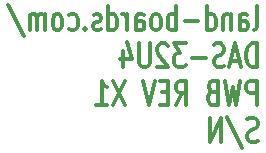
<source format=gbo>
G04 (created by PCBNEW (2013-05-31 BZR 4019)-stable) date 6/28/2014 2:34:58 PM*
%MOIN*%
G04 Gerber Fmt 3.4, Leading zero omitted, Abs format*
%FSLAX34Y34*%
G01*
G70*
G90*
G04 APERTURE LIST*
%ADD10C,0.00590551*%
%ADD11C,0.012*%
G04 APERTURE END LIST*
G54D10*
G54D11*
X62369Y-51111D02*
X62426Y-51073D01*
X62455Y-50996D01*
X62455Y-50311D01*
X61884Y-51111D02*
X61884Y-50692D01*
X61912Y-50615D01*
X61969Y-50577D01*
X62084Y-50577D01*
X62141Y-50615D01*
X61884Y-51073D02*
X61941Y-51111D01*
X62084Y-51111D01*
X62141Y-51073D01*
X62169Y-50996D01*
X62169Y-50920D01*
X62141Y-50844D01*
X62084Y-50806D01*
X61941Y-50806D01*
X61884Y-50768D01*
X61598Y-50577D02*
X61598Y-51111D01*
X61598Y-50654D02*
X61569Y-50615D01*
X61512Y-50577D01*
X61426Y-50577D01*
X61369Y-50615D01*
X61341Y-50692D01*
X61341Y-51111D01*
X60798Y-51111D02*
X60798Y-50311D01*
X60798Y-51073D02*
X60855Y-51111D01*
X60969Y-51111D01*
X61026Y-51073D01*
X61055Y-51035D01*
X61084Y-50958D01*
X61084Y-50730D01*
X61055Y-50654D01*
X61026Y-50615D01*
X60969Y-50577D01*
X60855Y-50577D01*
X60798Y-50615D01*
X60512Y-50806D02*
X60055Y-50806D01*
X59769Y-51111D02*
X59769Y-50311D01*
X59769Y-50615D02*
X59712Y-50577D01*
X59598Y-50577D01*
X59541Y-50615D01*
X59512Y-50654D01*
X59484Y-50730D01*
X59484Y-50958D01*
X59512Y-51035D01*
X59541Y-51073D01*
X59598Y-51111D01*
X59712Y-51111D01*
X59769Y-51073D01*
X59141Y-51111D02*
X59198Y-51073D01*
X59226Y-51035D01*
X59255Y-50958D01*
X59255Y-50730D01*
X59226Y-50654D01*
X59198Y-50615D01*
X59141Y-50577D01*
X59055Y-50577D01*
X58998Y-50615D01*
X58969Y-50654D01*
X58941Y-50730D01*
X58941Y-50958D01*
X58969Y-51035D01*
X58998Y-51073D01*
X59055Y-51111D01*
X59141Y-51111D01*
X58426Y-51111D02*
X58426Y-50692D01*
X58455Y-50615D01*
X58512Y-50577D01*
X58626Y-50577D01*
X58684Y-50615D01*
X58426Y-51073D02*
X58484Y-51111D01*
X58626Y-51111D01*
X58684Y-51073D01*
X58712Y-50996D01*
X58712Y-50920D01*
X58684Y-50844D01*
X58626Y-50806D01*
X58484Y-50806D01*
X58426Y-50768D01*
X58141Y-51111D02*
X58141Y-50577D01*
X58141Y-50730D02*
X58112Y-50654D01*
X58084Y-50615D01*
X58026Y-50577D01*
X57969Y-50577D01*
X57512Y-51111D02*
X57512Y-50311D01*
X57512Y-51073D02*
X57569Y-51111D01*
X57684Y-51111D01*
X57741Y-51073D01*
X57769Y-51035D01*
X57798Y-50958D01*
X57798Y-50730D01*
X57769Y-50654D01*
X57741Y-50615D01*
X57684Y-50577D01*
X57569Y-50577D01*
X57512Y-50615D01*
X57255Y-51073D02*
X57198Y-51111D01*
X57084Y-51111D01*
X57026Y-51073D01*
X56998Y-50996D01*
X56998Y-50958D01*
X57026Y-50882D01*
X57084Y-50844D01*
X57169Y-50844D01*
X57226Y-50806D01*
X57255Y-50730D01*
X57255Y-50692D01*
X57226Y-50615D01*
X57169Y-50577D01*
X57084Y-50577D01*
X57026Y-50615D01*
X56741Y-51035D02*
X56712Y-51073D01*
X56741Y-51111D01*
X56769Y-51073D01*
X56741Y-51035D01*
X56741Y-51111D01*
X56198Y-51073D02*
X56255Y-51111D01*
X56369Y-51111D01*
X56426Y-51073D01*
X56455Y-51035D01*
X56484Y-50958D01*
X56484Y-50730D01*
X56455Y-50654D01*
X56426Y-50615D01*
X56369Y-50577D01*
X56255Y-50577D01*
X56198Y-50615D01*
X55855Y-51111D02*
X55912Y-51073D01*
X55941Y-51035D01*
X55969Y-50958D01*
X55969Y-50730D01*
X55941Y-50654D01*
X55912Y-50615D01*
X55855Y-50577D01*
X55769Y-50577D01*
X55712Y-50615D01*
X55684Y-50654D01*
X55655Y-50730D01*
X55655Y-50958D01*
X55684Y-51035D01*
X55712Y-51073D01*
X55769Y-51111D01*
X55855Y-51111D01*
X55398Y-51111D02*
X55398Y-50577D01*
X55398Y-50654D02*
X55369Y-50615D01*
X55312Y-50577D01*
X55226Y-50577D01*
X55169Y-50615D01*
X55141Y-50692D01*
X55141Y-51111D01*
X55141Y-50692D02*
X55112Y-50615D01*
X55055Y-50577D01*
X54969Y-50577D01*
X54912Y-50615D01*
X54884Y-50692D01*
X54884Y-51111D01*
X54169Y-50273D02*
X54684Y-51301D01*
X62455Y-52351D02*
X62455Y-51551D01*
X62312Y-51551D01*
X62226Y-51589D01*
X62169Y-51665D01*
X62141Y-51741D01*
X62112Y-51894D01*
X62112Y-52008D01*
X62141Y-52160D01*
X62169Y-52236D01*
X62226Y-52313D01*
X62312Y-52351D01*
X62455Y-52351D01*
X61884Y-52122D02*
X61598Y-52122D01*
X61941Y-52351D02*
X61741Y-51551D01*
X61541Y-52351D01*
X61369Y-52313D02*
X61284Y-52351D01*
X61141Y-52351D01*
X61084Y-52313D01*
X61055Y-52275D01*
X61026Y-52198D01*
X61026Y-52122D01*
X61055Y-52046D01*
X61084Y-52008D01*
X61141Y-51970D01*
X61255Y-51932D01*
X61312Y-51894D01*
X61341Y-51855D01*
X61369Y-51779D01*
X61369Y-51703D01*
X61341Y-51627D01*
X61312Y-51589D01*
X61255Y-51551D01*
X61112Y-51551D01*
X61026Y-51589D01*
X60769Y-52046D02*
X60312Y-52046D01*
X60084Y-51551D02*
X59712Y-51551D01*
X59912Y-51855D01*
X59826Y-51855D01*
X59769Y-51894D01*
X59741Y-51932D01*
X59712Y-52008D01*
X59712Y-52198D01*
X59741Y-52275D01*
X59769Y-52313D01*
X59826Y-52351D01*
X59998Y-52351D01*
X60055Y-52313D01*
X60084Y-52275D01*
X59484Y-51627D02*
X59455Y-51589D01*
X59398Y-51551D01*
X59255Y-51551D01*
X59198Y-51589D01*
X59169Y-51627D01*
X59141Y-51703D01*
X59141Y-51779D01*
X59169Y-51894D01*
X59512Y-52351D01*
X59141Y-52351D01*
X58884Y-51551D02*
X58884Y-52198D01*
X58855Y-52275D01*
X58826Y-52313D01*
X58769Y-52351D01*
X58655Y-52351D01*
X58598Y-52313D01*
X58569Y-52275D01*
X58541Y-52198D01*
X58541Y-51551D01*
X57998Y-51817D02*
X57998Y-52351D01*
X58141Y-51513D02*
X58284Y-52084D01*
X57912Y-52084D01*
X62455Y-53591D02*
X62455Y-52791D01*
X62226Y-52791D01*
X62169Y-52829D01*
X62141Y-52867D01*
X62112Y-52943D01*
X62112Y-53057D01*
X62141Y-53134D01*
X62169Y-53172D01*
X62226Y-53210D01*
X62455Y-53210D01*
X61912Y-52791D02*
X61769Y-53591D01*
X61655Y-53019D01*
X61541Y-53591D01*
X61398Y-52791D01*
X60969Y-53172D02*
X60884Y-53210D01*
X60855Y-53248D01*
X60826Y-53324D01*
X60826Y-53438D01*
X60855Y-53515D01*
X60884Y-53553D01*
X60941Y-53591D01*
X61169Y-53591D01*
X61169Y-52791D01*
X60969Y-52791D01*
X60912Y-52829D01*
X60884Y-52867D01*
X60855Y-52943D01*
X60855Y-53019D01*
X60884Y-53095D01*
X60912Y-53134D01*
X60969Y-53172D01*
X61169Y-53172D01*
X59769Y-53591D02*
X59969Y-53210D01*
X60112Y-53591D02*
X60112Y-52791D01*
X59884Y-52791D01*
X59826Y-52829D01*
X59798Y-52867D01*
X59769Y-52943D01*
X59769Y-53057D01*
X59798Y-53134D01*
X59826Y-53172D01*
X59884Y-53210D01*
X60112Y-53210D01*
X59512Y-53172D02*
X59312Y-53172D01*
X59226Y-53591D02*
X59512Y-53591D01*
X59512Y-52791D01*
X59226Y-52791D01*
X59055Y-52791D02*
X58855Y-53591D01*
X58655Y-52791D01*
X58055Y-52791D02*
X57655Y-53591D01*
X57655Y-52791D02*
X58055Y-53591D01*
X57112Y-53591D02*
X57455Y-53591D01*
X57284Y-53591D02*
X57284Y-52791D01*
X57341Y-52905D01*
X57398Y-52981D01*
X57455Y-53019D01*
X62484Y-54793D02*
X62398Y-54831D01*
X62255Y-54831D01*
X62198Y-54793D01*
X62169Y-54755D01*
X62141Y-54678D01*
X62141Y-54602D01*
X62169Y-54526D01*
X62198Y-54488D01*
X62255Y-54450D01*
X62369Y-54412D01*
X62426Y-54374D01*
X62455Y-54335D01*
X62484Y-54259D01*
X62484Y-54183D01*
X62455Y-54107D01*
X62426Y-54069D01*
X62369Y-54031D01*
X62226Y-54031D01*
X62141Y-54069D01*
X61455Y-53993D02*
X61969Y-55021D01*
X61255Y-54831D02*
X61255Y-54031D01*
X60912Y-54831D01*
X60912Y-54031D01*
M02*

</source>
